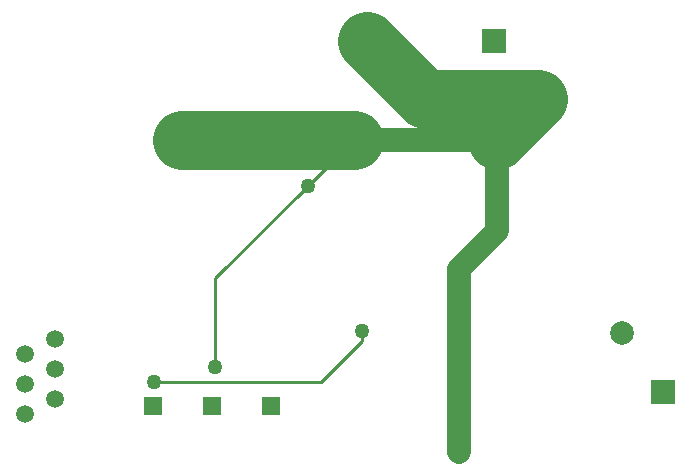
<source format=gbl>
%FSLAX25Y25*%
%MOIN*%
G70*
G01*
G75*
G04 Layer_Physical_Order=2*
G04 Layer_Color=16711680*
%ADD10R,0.21654X0.07874*%
%ADD11R,0.22047X0.22047*%
%ADD12R,0.07874X0.04724*%
%ADD13R,0.05906X0.01181*%
%ADD14R,0.01181X0.05906*%
%ADD15R,0.03937X0.04331*%
%ADD16R,0.04331X0.03937*%
%ADD17R,0.04724X0.04724*%
%ADD18R,0.02756X0.02756*%
%ADD19R,0.04724X0.04724*%
%ADD20R,0.06614X0.05984*%
%ADD21R,0.05906X0.05118*%
%ADD22C,0.02756*%
%ADD23C,0.04724*%
%ADD24C,0.01000*%
%ADD25C,0.01181*%
%ADD26C,0.03937*%
%ADD27R,0.07874X0.07874*%
%ADD28C,0.07874*%
%ADD29R,0.05906X0.05906*%
%ADD30C,0.05906*%
%ADD31C,0.05000*%
%ADD32C,0.19685*%
%ADD33C,0.07874*%
D24*
X115354Y62205D02*
X146063Y92913D01*
X115354Y32677D02*
Y62205D01*
X146063Y92913D02*
X161417Y108268D01*
X101181Y105118D02*
X104331Y108268D01*
X94882Y27559D02*
X150394D01*
X164173Y41339D01*
Y44488D01*
D27*
X264567Y24409D02*
D03*
X208268Y141339D02*
D03*
D28*
X250787Y44094D02*
D03*
X222047Y121653D02*
D03*
D29*
X133858Y19685D02*
D03*
X114173D02*
D03*
X94488D02*
D03*
D30*
X61968Y41929D02*
D03*
X51968Y36929D02*
D03*
X61968Y31929D02*
D03*
Y21929D02*
D03*
X51968Y26929D02*
D03*
Y16929D02*
D03*
D31*
X115354Y32677D02*
D03*
X165748Y141339D02*
D03*
X146063Y92913D02*
D03*
X196457Y4331D02*
D03*
X101181Y105118D02*
D03*
X164173Y44488D02*
D03*
X94882Y27559D02*
D03*
D32*
X209055Y108268D02*
X222835Y122047D01*
X104331Y108268D02*
X161417D01*
X185039Y122047D02*
X222835D01*
X165748Y141339D02*
X185039Y122047D01*
D33*
X161417Y108268D02*
X209055D01*
X196457Y65354D02*
X209055Y77953D01*
X196457Y4331D02*
Y65354D01*
X209055Y77953D02*
Y108268D01*
M02*

</source>
